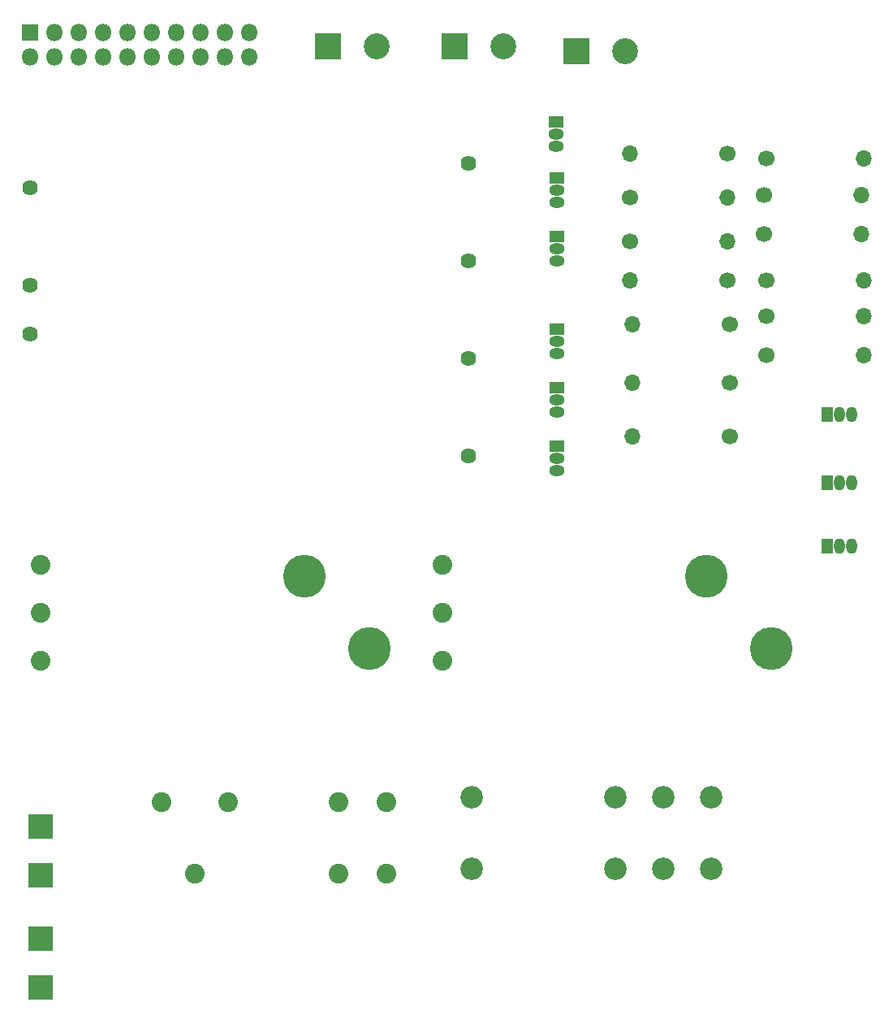
<source format=gbr>
%TF.GenerationSoftware,KiCad,Pcbnew,(5.1.6)-1*%
%TF.CreationDate,2021-11-09T13:55:38+01:00*%
%TF.ProjectId,FoxRobot,466f7852-6f62-46f7-942e-6b696361645f,V01*%
%TF.SameCoordinates,Original*%
%TF.FileFunction,Soldermask,Top*%
%TF.FilePolarity,Negative*%
%FSLAX46Y46*%
G04 Gerber Fmt 4.6, Leading zero omitted, Abs format (unit mm)*
G04 Created by KiCad (PCBNEW (5.1.6)-1) date 2021-11-09 13:55:38*
%MOMM*%
%LPD*%
G01*
G04 APERTURE LIST*
%ADD10C,1.624000*%
%ADD11O,1.700000X1.700000*%
%ADD12C,1.700000*%
%ADD13R,1.600000X1.150000*%
%ADD14O,1.600000X1.150000*%
%ADD15R,1.150000X1.600000*%
%ADD16O,1.150000X1.600000*%
%ADD17C,2.050000*%
%ADD18C,4.450000*%
%ADD19O,1.800000X1.800000*%
%ADD20R,1.800000X1.800000*%
%ADD21C,2.700000*%
%ADD22R,2.700000X2.700000*%
%ADD23R,2.600000X2.600000*%
%ADD24C,2.350000*%
G04 APERTURE END LIST*
D10*
%TO.C,U1*%
X62865000Y-61468000D03*
X62865000Y-51308000D03*
X62865000Y-41148000D03*
X62865000Y-30988000D03*
X17145000Y-48768000D03*
X17145000Y-43688000D03*
X17145000Y-33528000D03*
%TD*%
D11*
%TO.C,R13*%
X80010000Y-59436000D03*
D12*
X90170000Y-59436000D03*
%TD*%
D11*
%TO.C,R12*%
X80010000Y-53848000D03*
D12*
X90170000Y-53848000D03*
%TD*%
D11*
%TO.C,R11*%
X80010000Y-47752000D03*
D12*
X90170000Y-47752000D03*
%TD*%
D11*
%TO.C,R10*%
X104140000Y-30480000D03*
D12*
X93980000Y-30480000D03*
%TD*%
D11*
%TO.C,R9*%
X104138000Y-51022000D03*
D12*
X93978000Y-51022000D03*
%TD*%
D11*
%TO.C,R8*%
X104138000Y-46972000D03*
D12*
X93978000Y-46972000D03*
%TD*%
D11*
%TO.C,R7*%
X104140000Y-43180000D03*
D12*
X93980000Y-43180000D03*
%TD*%
D11*
%TO.C,R6*%
X103846000Y-38366000D03*
D12*
X93686000Y-38366000D03*
%TD*%
D11*
%TO.C,R5*%
X103846000Y-34316000D03*
D12*
X93686000Y-34316000D03*
%TD*%
D11*
%TO.C,R4*%
X89916000Y-34544000D03*
D12*
X79756000Y-34544000D03*
%TD*%
D11*
%TO.C,R3*%
X79756000Y-43180000D03*
D12*
X89916000Y-43180000D03*
%TD*%
D11*
%TO.C,R2*%
X79756000Y-29972000D03*
D12*
X89916000Y-29972000D03*
%TD*%
D11*
%TO.C,R1*%
X89916000Y-39116000D03*
D12*
X79756000Y-39116000D03*
%TD*%
D13*
%TO.C,Q9*%
X72136000Y-38608000D03*
D14*
X72136000Y-41148000D03*
X72136000Y-39878000D03*
%TD*%
D13*
%TO.C,Q8*%
X72136000Y-32512000D03*
D14*
X72136000Y-35052000D03*
X72136000Y-33782000D03*
%TD*%
D13*
%TO.C,Q7*%
X72009000Y-26670000D03*
D14*
X72009000Y-29210000D03*
X72009000Y-27940000D03*
%TD*%
D13*
%TO.C,Q6*%
X72136000Y-48260000D03*
D14*
X72136000Y-50800000D03*
X72136000Y-49530000D03*
%TD*%
D13*
%TO.C,Q5*%
X72136000Y-54356000D03*
D14*
X72136000Y-56896000D03*
X72136000Y-55626000D03*
%TD*%
D13*
%TO.C,Q4*%
X72136000Y-60452000D03*
D14*
X72136000Y-62992000D03*
X72136000Y-61722000D03*
%TD*%
D15*
%TO.C,Q3*%
X100330000Y-70866000D03*
D16*
X102870000Y-70866000D03*
X101600000Y-70866000D03*
%TD*%
D15*
%TO.C,Q2*%
X100330000Y-64262000D03*
D16*
X102870000Y-64262000D03*
X101600000Y-64262000D03*
%TD*%
D15*
%TO.C,Q1*%
X100330000Y-57150000D03*
D16*
X102870000Y-57150000D03*
X101600000Y-57150000D03*
%TD*%
D17*
%TO.C,K4*%
X60198000Y-77804000D03*
D18*
X94448000Y-81554000D03*
X87698000Y-74054000D03*
D17*
X60198000Y-72804000D03*
X60198000Y-82804000D03*
%TD*%
%TO.C,K3*%
X18288000Y-77804000D03*
D18*
X52538000Y-81554000D03*
X45788000Y-74054000D03*
D17*
X18288000Y-72804000D03*
X18288000Y-82804000D03*
%TD*%
%TO.C,K2*%
X54356000Y-105036000D03*
X49356000Y-105036000D03*
X34356000Y-105036000D03*
X30856000Y-97536000D03*
X37856000Y-97536000D03*
X49356000Y-97536000D03*
X54356000Y-97536000D03*
%TD*%
D19*
%TO.C,J5*%
X40005000Y-19939000D03*
X40005000Y-17399000D03*
X37465000Y-19939000D03*
X37465000Y-17399000D03*
X34925000Y-19939000D03*
X34925000Y-17399000D03*
X32385000Y-19939000D03*
X32385000Y-17399000D03*
X29845000Y-19939000D03*
X29845000Y-17399000D03*
X27305000Y-19939000D03*
X27305000Y-17399000D03*
X24765000Y-19939000D03*
X24765000Y-17399000D03*
X22225000Y-19939000D03*
X22225000Y-17399000D03*
X19685000Y-19939000D03*
X19685000Y-17399000D03*
X17145000Y-19939000D03*
D20*
X17145000Y-17399000D03*
%TD*%
D21*
%TO.C,J4*%
X79248000Y-19304000D03*
D22*
X74168000Y-19304000D03*
%TD*%
D23*
%TO.C,J3*%
X18288000Y-105156000D03*
X18288000Y-100076000D03*
%TD*%
%TO.C,J2*%
X18288000Y-116840000D03*
X18288000Y-111760000D03*
%TD*%
D24*
%TO.C,K1*%
X83192000Y-104542000D03*
X78192000Y-104542000D03*
X88192000Y-104542000D03*
X83192000Y-97042000D03*
X78192000Y-97042000D03*
X88192000Y-97042000D03*
X63192000Y-104542000D03*
X63192000Y-97042000D03*
%TD*%
D22*
%TO.C,J1*%
X61468000Y-18796000D03*
D21*
X66548000Y-18796000D03*
%TD*%
D22*
%TO.C,J6*%
X48260000Y-18796000D03*
D21*
X53340000Y-18796000D03*
%TD*%
M02*

</source>
